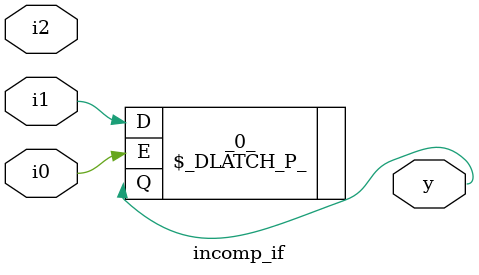
<source format=v>
/* Generated by Yosys 0.9 (git sha1 1979e0b) */

module incomp_if(i0, i1, i2, y);
  input i0;
  input i1;
  input i2;
  output y;
  \$_DLATCH_P_  _0_ (
    .D(i1),
    .E(i0),
    .Q(y)
  );
endmodule

</source>
